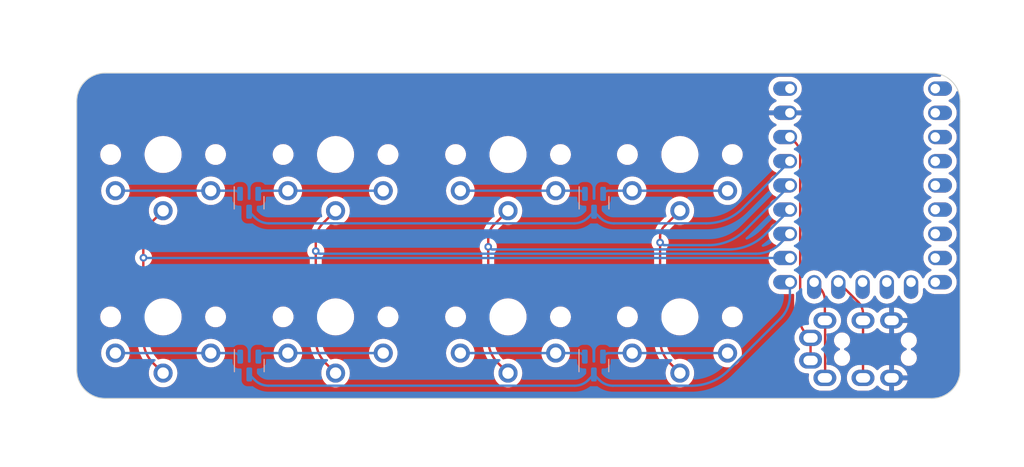
<source format=kicad_pcb>
(kicad_pcb (version 20221018) (generator pcbnew)
  (layers (0 "F.Cu" signal) (31 "B.Cu" signal) (34 "B.Paste" user) (35 "F.Paste" user) (36 "B.SilkS" user "B.Silkscreen") (37 "F.SilkS" user "F.Silkscreen") (38 "B.Mask" user) (39 "F.Mask" user) (44 "Edge.Cuts" user))
  (net 0 "")
  (net 1 "Net-(D1-A-Pad1)")
  (net 2 "Net-(D1-A-Pad2)")
  (net 3 "r1")
  (net 4 "Net-(D2-A-Pad2)")
  (net 5 "Net-(D3-A-Pad1)")
  (net 6 "Net-(D3-A-Pad2)")
  (net 7 "r2")
  (net 8 "Net-(D4-A-Pad2)")
  (net 9 "c1")
  (net 10 "c2")
  (net 11 "c3")
  (net 12 "c4")
  (net 25 "Net-(U1-13)")
  (net 26 "Net-(U1-12)")
  (net 27 "+3V3")
  (net 28 "GND")
  (net 30 "Net-(D2-A-Pad1)")
  (net 31 "Net-(D4-A-Pad1)")
  (footprint "PCM_marbastlib-xp-choc:SW_choc_Reversible_1u" (layer "F.Cu") (at 37.490394 36.532388)
    (fp_text reference "SW1" hide)
    (fp_text value "SW_Push" hide)
    (pad "" np_thru_hole circle (at -5.5 0 180) (size 1.7 1.7) (drill 1.7) (layers "*.Cu" "*.Mask"))
    (pad "" np_thru_hole circle (at 0 0 180) (size 3.4 3.4) (drill 3.4) (layers "*.Cu" "*.Mask"))
    (pad "" np_thru_hole circle (at 5.5 0 180) (size 1.7 1.7) (drill 1.7) (layers "*.Cu" "*.Mask"))
    (pad "1" thru_hole circle (at -5 3.8 180) (size 2 2) (drill 1.2) (layers "*.Cu" "*.Mask") (net 1 "Net-(D1-A-Pad1)"))
    (pad "1" thru_hole circle (at 5 3.8) (size 2 2) (drill 1.2) (layers "*.Cu" "*.Mask") (net 1 "Net-(D1-A-Pad1)"))
    (pad "2" thru_hole circle (at 0 5.9 180) (size 2 2) (drill 1.2) (layers "*.Cu" "*.Mask") (net 9 "c1"))
  )
  (footprint "PCM_marbastlib-xp-choc:SW_choc_Reversible_1u" (layer "F.Cu") (at 91.675 53.575)
    (fp_text reference "SW8" hide)
    (fp_text value "SW_Push" hide)
    (pad "" np_thru_hole circle (at -5.5 0 180) (size 1.7 1.7) (drill 1.7) (layers "*.Cu" "*.Mask"))
    (pad "" np_thru_hole circle (at 0 0 180) (size 3.4 3.4) (drill 3.4) (layers "*.Cu" "*.Mask"))
    (pad "" np_thru_hole circle (at 5.5 0 180) (size 1.7 1.7) (drill 1.7) (layers "*.Cu" "*.Mask"))
    (pad "1" thru_hole circle (at -5 3.8 180) (size 2 2) (drill 1.2) (layers "*.Cu" "*.Mask") (net 8 "Net-(D4-A-Pad2)"))
    (pad "1" thru_hole circle (at 5 3.8) (size 2 2) (drill 1.2) (layers "*.Cu" "*.Mask") (net 8 "Net-(D4-A-Pad2)"))
    (pad "2" thru_hole circle (at 0 5.9 180) (size 2 2) (drill 1.2) (layers "*.Cu" "*.Mask") (net 12 "c4"))
  )
  (footprint "PCM_marbastlib-xp-choc:SW_choc_Reversible_1u" (layer "F.Cu") (at 91.675 36.532388)
    (fp_text reference "SW4" hide)
    (fp_text value "SW_Push" hide)
    (pad "" np_thru_hole circle (at -5.5 0 180) (size 1.7 1.7) (drill 1.7) (layers "*.Cu" "*.Mask"))
    (pad "" np_thru_hole circle (at 0 0 180) (size 3.4 3.4) (drill 3.4) (layers "*.Cu" "*.Mask"))
    (pad "" np_thru_hole circle (at 5.5 0 180) (size 1.7 1.7) (drill 1.7) (layers "*.Cu" "*.Mask"))
    (pad "1" thru_hole circle (at -5 3.8 180) (size 2 2) (drill 1.2) (layers "*.Cu" "*.Mask") (net 4 "Net-(D2-A-Pad2)"))
    (pad "1" thru_hole circle (at 5 3.8) (size 2 2) (drill 1.2) (layers "*.Cu" "*.Mask") (net 4 "Net-(D2-A-Pad2)"))
    (pad "2" thru_hole circle (at 0 5.9 180) (size 2 2) (drill 1.2) (layers "*.Cu" "*.Mask") (net 12 "c4"))
  )
  (footprint "PCM_marbastlib-xp-choc:SW_choc_Reversible_1u" (layer "F.Cu") (at 73.655598 53.575)
    (fp_text reference "SW7" hide)
    (fp_text value "SW_Push" hide)
    (pad "" np_thru_hole circle (at -5.5 0 180) (size 1.7 1.7) (drill 1.7) (layers "*.Cu" "*.Mask"))
    (pad "" np_thru_hole circle (at 0 0 180) (size 3.4 3.4) (drill 3.4) (layers "*.Cu" "*.Mask"))
    (pad "" np_thru_hole circle (at 5.5 0 180) (size 1.7 1.7) (drill 1.7) (layers "*.Cu" "*.Mask"))
    (pad "1" thru_hole circle (at -5 3.8 180) (size 2 2) (drill 1.2) (layers "*.Cu" "*.Mask") (net 31 "Net-(D4-A-Pad1)"))
    (pad "1" thru_hole circle (at 5 3.8) (size 2 2) (drill 1.2) (layers "*.Cu" "*.Mask") (net 31 "Net-(D4-A-Pad1)"))
    (pad "2" thru_hole circle (at 0 5.9 180) (size 2 2) (drill 1.2) (layers "*.Cu" "*.Mask") (net 11 "c3"))
  )
  (footprint "PCM_marbastlib-xp-choc:SW_choc_Reversible_1u" (layer "F.Cu") (at 55.572996 36.532388)
    (fp_text reference "SW2" hide)
    (fp_text value "SW_Push" hide)
    (pad "" np_thru_hole circle (at -5.5 0 180) (size 1.7 1.7) (drill 1.7) (layers "*.Cu" "*.Mask"))
    (pad "" np_thru_hole circle (at 0 0 180) (size 3.4 3.4) (drill 3.4) (layers "*.Cu" "*.Mask"))
    (pad "" np_thru_hole circle (at 5.5 0 180) (size 1.7 1.7) (drill 1.7) (layers "*.Cu" "*.Mask"))
    (pad "1" thru_hole circle (at -5 3.8 180) (size 2 2) (drill 1.2) (layers "*.Cu" "*.Mask") (net 2 "Net-(D1-A-Pad2)"))
    (pad "1" thru_hole circle (at 5 3.8) (size 2 2) (drill 1.2) (layers "*.Cu" "*.Mask") (net 2 "Net-(D1-A-Pad2)"))
    (pad "2" thru_hole circle (at 0 5.9 180) (size 2 2) (drill 1.2) (layers "*.Cu" "*.Mask") (net 10 "c2"))
  )
  (footprint "PCM_marbastlib-xp-choc:SW_choc_Reversible_1u" (layer "F.Cu") (at 73.655598 36.532388)
    (fp_text reference "SW3" hide)
    (fp_text value "SW_Push" hide)
    (pad "" np_thru_hole circle (at -5.5 0 180) (size 1.7 1.7) (drill 1.7) (layers "*.Cu" "*.Mask"))
    (pad "" np_thru_hole circle (at 0 0 180) (size 3.4 3.4) (drill 3.4) (layers "*.Cu" "*.Mask"))
    (pad "" np_thru_hole circle (at 5.5 0 180) (size 1.7 1.7) (drill 1.7) (layers "*.Cu" "*.Mask"))
    (pad "1" thru_hole circle (at -5 3.8 180) (size 2 2) (drill 1.2) (layers "*.Cu" "*.Mask") (net 30 "Net-(D2-A-Pad1)"))
    (pad "1" thru_hole circle (at 5 3.8) (size 2 2) (drill 1.2) (layers "*.Cu" "*.Mask") (net 30 "Net-(D2-A-Pad1)"))
    (pad "2" thru_hole circle (at 0 5.9 180) (size 2 2) (drill 1.2) (layers "*.Cu" "*.Mask") (net 11 "c3"))
  )
  (footprint "custom:rp2040-zero-tht" (layer "F.Cu") (at 110.832218 39.776772)
    (fp_text reference "U1" hide)
    (fp_text value "rp2040-zero" hide)
    (pad "1" thru_hole oval (at 7.62 -10.16 180) (size 2.5 1.5) (drill 1 (offset -0.5 0)) (layers "*.Cu" "*.Mask"))
    (pad "2" thru_hole oval (at 7.62 -7.62 180) (size 2.5 1.5) (drill 1 (offset -0.5 0)) (layers "*.Cu" "*.Mask"))
    (pad "3" thru_hole oval (at 7.62 -5.08 180) (size 2.5 1.5) (drill 1 (offset -0.5 0)) (layers "*.Cu" "*.Mask"))
    (pad "4" thru_hole oval (at 7.62 -2.54 180) (size 2.5 1.5) (drill 1 (offset -0.5 0)) (layers "*.Cu" "*.Mask"))
    (pad "5" thru_hole oval (at 7.62 0 180) (size 2.5 1.5) (drill 1 (offset -0.5 0)) (layers "*.Cu" "*.Mask"))
    (pad "6" thru_hole oval (at 7.62 2.54 180) (size 2.5 1.5) (drill 1 (offset -0.5 0)) (layers "*.Cu" "*.Mask"))
    (pad "7" thru_hole oval (at 7.62 5.08 180) (size 2.5 1.5) (drill 1 (offset -0.5 0)) (layers "*.Cu" "*.Mask"))
    (pad "8" thru_hole oval (at 7.62 7.62 180) (size 2.5 1.5) (drill 1 (offset -0.5 0)) (layers "*.Cu" "*.Mask"))
    (pad "9" thru_hole oval (at 7.62 10.16 180) (size 2.5 1.5) (drill 1 (offset -0.5 0)) (layers "*.Cu" "*.Mask"))
    (pad "10" thru_hole oval (at 5.08 10.16 90) (size 2.5 1.5) (drill 1 (offset -0.5 0)) (layers "*.Cu" "*.Mask"))
    (pad "11" thru_hole oval (at 2.54 10.16 90) (size 2.5 1.5) (drill 1 (offset -0.5 0)) (layers "*.Cu" "*.Mask"))
    (pad "12" thru_hole oval (at 0 10.16 90) (size 2.5 1.5) (drill 1 (offset -0.5 0)) (layers "*.Cu" "*.Mask"))
    (pad "13" thru_hole oval (at -2.54 10.16 90) (size 2.5 1.5) (drill 1 (offset -0.5 0)) (layers "*.Cu" "*.Mask") (net 26 "Net-(U1-12)"))
    (pad "14" thru_hole oval (at -5.08 10.16 90) (size 2.5 1.5) (drill 1 (offset -0.5 0)) (layers "*.Cu" "*.Mask") (net 25 "Net-(U1-13)"))
    (pad "15" thru_hole oval (at -7.62 10.16) (size 2.5 1.5) (drill 1 (offset -0.5 0)) (layers "*.Cu" "*.Mask") (net 7 "r2"))
    (pad "16" thru_hole oval (at -7.62 7.62) (size 2.5 1.5) (drill 1 (offset -0.5 0)) (layers "*.Cu" "*.Mask") (net 9 "c1"))
    (pad "17" thru_hole oval (at -7.62 5.08) (size 2.5 1.5) (drill 1 (offset -0.5 0)) (layers "*.Cu" "*.Mask") (net 10 "c2"))
    (pad "18" thru_hole oval (at -7.62 2.54) (size 2.5 1.5) (drill 1 (offset -0.5 0)) (layers "*.Cu" "*.Mask") (net 11 "c3"))
    (pad "19" thru_hole oval (at -7.62 0) (size 2.5 1.5) (drill 1 (offset -0.5 0)) (layers "*.Cu" "*.Mask") (net 12 "c4"))
    (pad "20" thru_hole oval (at -7.62 -2.54) (size 2.5 1.5) (drill 1 (offset -0.5 0)) (layers "*.Cu" "*.Mask") (net 3 "r1"))
    (pad "21" thru_hole oval (at -7.62 -5.08) (size 2.5 1.5) (drill 1 (offset -0.5 0)) (layers "*.Cu" "*.Mask") (net 27 "+3V3"))
    (pad "22" thru_hole oval (at -7.62 -7.62) (size 2.5 1.5) (drill 1 (offset -0.5 0)) (layers "*.Cu" "*.Mask") (net 28 "GND"))
    (pad "23" thru_hole oval (at -7.62 -10.16) (size 2.5 1.5) (drill 1 (offset -0.5 0)) (layers "*.Cu" "*.Mask"))
  )
  (footprint "PCM_marbastlib-xp-various:CON_MJ-4PP-9_Reversible" (layer "F.Cu") (at 111.12686 56.964884 180)
    (fp_text reference "J1" hide)
    (fp_text value "AudioJack4")
    (pad "" np_thru_hole circle (at -4.55 -0.9128 270) (size 1.2 1.2) (drill 1.2) (layers "F&B.Cu" "*.Mask"))
    (pad "" np_thru_hole circle (at -4.55 0.9128 270) (size 1.2 1.2) (drill 1.2) (layers "F&B.Cu" "*.Mask"))
    (pad "" np_thru_hole circle (at 2.45 -0.9128 270) (size 1.2 1.2) (drill 1.2) (layers "F&B.Cu" "*.Mask"))
    (pad "" np_thru_hole circle (at 2.45 0.9128 270) (size 1.2 1.2) (drill 1.2) (layers "F&B.Cu" "*.Mask"))
    (pad "R1" thru_hole oval (at 4.25 -3.0128 270) (size 1.7 2.4) (drill oval 1 1.5) (layers "*.Cu" "*.Mask") (net 25 "Net-(U1-13)"))
    (pad "R1" thru_hole oval (at 4.25 3.0128 270) (size 1.7 2.4) (drill oval 1 1.5) (layers "*.Cu" "*.Mask") (net 25 "Net-(U1-13)"))
    (pad "R2" thru_hole oval (at 0.25 -3.0128 270) (size 1.7 2.4) (drill oval 1 1.5) (layers "*.Cu" "*.Mask") (net 26 "Net-(U1-12)"))
    (pad "R2" thru_hole oval (at 0.25 3.0128 270) (size 1.7 2.4) (drill oval 1 1.5) (layers "*.Cu" "*.Mask") (net 26 "Net-(U1-12)"))
    (pad "S" thru_hole oval (at -2.75 -3.0128 270) (size 1.7 2.4) (drill oval 1 1.5) (layers "*.Cu" "*.Mask") (net 28 "GND"))
    (pad "S" thru_hole oval (at -2.75 3.0128 270) (size 1.7 2.4) (drill oval 1 1.5) (layers "*.Cu" "*.Mask") (net 28 "GND"))
    (pad "T" thru_hole oval (at 5.75 -1.1872 270) (size 1.7 2.4) (drill oval 1 1.5) (layers "*.Cu" "*.Mask") (net 27 "+3V3"))
    (pad "T" thru_hole oval (at 5.75 1.1872 270) (size 1.7 2.4) (drill oval 1 1.5) (layers "*.Cu" "*.Mask") (net 27 "+3V3"))
  )
  (footprint "PCM_marbastlib-xp-choc:SW_choc_Reversible_1u" (layer "F.Cu") (at 55.572996 53.575)
    (fp_text reference "SW6" hide)
    (fp_text value "SW_Push" hide)
    (pad "" np_thru_hole circle (at -5.5 0 180) (size 1.7 1.7) (drill 1.7) (layers "*.Cu" "*.Mask"))
    (pad "" np_thru_hole circle (at 0 0 180) (size 3.4 3.4) (drill 3.4) (layers "*.Cu" "*.Mask"))
    (pad "" np_thru_hole circle (at 5.5 0 180) (size 1.7 1.7) (drill 1.7) (layers "*.Cu" "*.Mask"))
    (pad "1" thru_hole circle (at -5 3.8 180) (size 2 2) (drill 1.2) (layers "*.Cu" "*.Mask") (net 6 "Net-(D3-A-Pad2)"))
    (pad "1" thru_hole circle (at 5 3.8) (size 2 2) (drill 1.2) (layers "*.Cu" "*.Mask") (net 6 "Net-(D3-A-Pad2)"))
    (pad "2" thru_hole circle (at 0 5.9 180) (size 2 2) (drill 1.2) (layers "*.Cu" "*.Mask") (net 10 "c2"))
  )
  (footprint "PCM_marbastlib-xp-choc:SW_choc_Reversible_1u" (layer "F.Cu") (at 37.490394 53.575)
    (fp_text reference "SW5" hide)
    (fp_text value "SW_Push" hide)
    (pad "" np_thru_hole circle (at -5.5 0 180) (size 1.7 1.7) (drill 1.7) (layers "*.Cu" "*.Mask"))
    (pad "" np_thru_hole circle (at 0 0 180) (size 3.4 3.4) (drill 3.4) (layers "*.Cu" "*.Mask"))
    (pad "" np_thru_hole circle (at 5.5 0 180) (size 1.7 1.7) (drill 1.7) (layers "*.Cu" "*.Mask"))
    (pad "1" thru_hole circle (at -5 3.8 180) (size 2 2) (drill 1.2) (layers "*.Cu" "*.Mask") (net 5 "Net-(D3-A-Pad1)"))
    (pad "1" thru_hole circle (at 5 3.8) (size 2 2) (drill 1.2) (layers "*.Cu" "*.Mask") (net 5 "Net-(D3-A-Pad1)"))
    (pad "2" thru_hole circle (at 0 5.9 180) (size 2 2) (drill 1.2) (layers "*.Cu" "*.Mask") (net 9 "c1"))
  )
  (footprint "Package_TO_SOT_SMD:SOT-23" (layer "B.Cu") (at 46.526132 58.682764 -90)
    (fp_text reference "D3" hide)
    (fp_text value "BAV70")
    (fp_line (start 0 -1.56) (end -0.65 -1.56) (stroke (width 0.12)) (layer "B.SilkS"))
    (fp_line (start 0 -1.56) (end 0.65 -1.56) (stroke (width 0.12)) (layer "B.SilkS"))
    (fp_line (start 0 1.56) (end -1.675 1.56) (stroke (width 0.12)) (layer "B.SilkS"))
    (fp_line (start 0 1.56) (end 0.65 1.56) (stroke (width 0.12)) (layer "B.SilkS"))
    (pad "1" smd roundrect (at -0.9375 0.95 270) (size 1.475 0.6) (layers "B.Cu" "B.Paste" "B.Mask") (net 5 "Net-(D3-A-Pad1)"))
    (pad "2" smd roundrect (at -0.9375 -0.95 270) (size 1.475 0.6) (layers "B.Cu" "B.Paste" "B.Mask") (net 6 "Net-(D3-A-Pad2)"))
    (pad "3" smd roundrect (at 0.9375 0 270) (size 1.475 0.6) (layers "B.Cu" "B.Paste" "B.Mask") (net 7 "r2"))
  )
  (footprint "Package_TO_SOT_SMD:SOT-23" (layer "B.Cu") (at 82.656572 58.682764 -90)
    (fp_text reference "D4" hide)
    (fp_text value "BAV70")
    (fp_line (start 0 -1.56) (end -0.65 -1.56) (stroke (width 0.12)) (layer "B.SilkS"))
    (fp_line (start 0 -1.56) (end 0.65 -1.56) (stroke (width 0.12)) (layer "B.SilkS"))
    (fp_line (start 0 1.56) (end -1.675 1.56) (stroke (width 0.12)) (layer "B.SilkS"))
    (fp_line (start 0 1.56) (end 0.65 1.56) (stroke (width 0.12)) (layer "B.SilkS"))
    (pad "1" smd roundrect (at -0.9375 0.95 270) (size 1.475 0.6) (layers "B.Cu" "B.Paste" "B.Mask") (net 31 "Net-(D4-A-Pad1)"))
    (pad "2" smd roundrect (at -0.9375 -0.95 270) (size 1.475 0.6) (layers "B.Cu" "B.Paste" "B.Mask") (net 8 "Net-(D4-A-Pad2)"))
    (pad "3" smd roundrect (at 0.9375 0 270) (size 1.475 0.6) (layers "B.Cu" "B.Paste" "B.Mask") (net 7 "r2"))
  )
  (footprint "Package_TO_SOT_SMD:SOT-23" (layer "B.Cu") (at 82.673954 41.597426 -90)
    (fp_text reference "D2" hide)
    (fp_text value "BAV70")
    (fp_line (start 0 -1.56) (end -0.65 -1.56) (stroke (width 0.12)) (layer "B.SilkS"))
    (fp_line (start 0 -1.56) (end 0.65 -1.56) (stroke (width 0.12)) (layer "B.SilkS"))
    (fp_line (start 0 1.56) (end -1.675 1.56) (stroke (width 0.12)) (layer "B.SilkS"))
    (fp_line (start 0 1.56) (end 0.65 1.56) (stroke (width 0.12)) (layer "B.SilkS"))
    (pad "1" smd roundrect (at -0.9375 0.95 270) (size 1.475 0.6) (layers "B.Cu" "B.Paste" "B.Mask") (net 30 "Net-(D2-A-Pad1)"))
    (pad "2" smd roundrect (at -0.9375 -0.95 270) (size 1.475 0.6) (layers "B.Cu" "B.Paste" "B.Mask") (net 4 "Net-(D2-A-Pad2)"))
    (pad "3" smd roundrect (at 0.9375 0 270) (size 1.475 0.6) (layers "B.Cu" "B.Paste" "B.Mask") (net 3 "r1"))
  )
  (footprint "Package_TO_SOT_SMD:SOT-23" (layer "B.Cu") (at 46.50875 41.597426 -90)
    (fp_text reference "D1" hide)
    (fp_text value "BAV70")
    (fp_line (start 0 -1.56) (end -0.65 -1.56) (stroke (width 0.12)) (layer "B.SilkS"))
    (fp_line (start 0 -1.56) (end 0.65 -1.56) (stroke (width 0.12)) (layer "B.SilkS"))
    (fp_line (start 0 1.56) (end -1.675 1.56) (stroke (width 0.12)) (layer "B.SilkS"))
    (fp_line (start 0 1.56) (end 0.65 1.56) (stroke (width 0.12)) (layer "B.SilkS"))
    (pad "1" smd roundrect (at -0.9375 0.95 270) (size 1.475 0.6) (layers "B.Cu" "B.Paste" "B.Mask") (net 1 "Net-(D1-A-Pad1)"))
    (pad "2" smd roundrect (at -0.9375 -0.95 270) (size 1.475 0.6) (layers "B.Cu" "B.Paste" "B.Mask") (net 2 "Net-(D1-A-Pad2)"))
    (pad "3" smd roundrect (at 0.9375 0 270) (size 1.475 0.6) (layers "B.Cu" "B.Paste" "B.Mask") (net 3 "r1"))
  )
  (gr_arc (start 31.426148 62.13569) (mid 29.304828 61.25701) (end 28.426148 59.13569) (stroke (width 0.1)) (layer "Edge.Cuts"))
  (gr_arc (start 121.071578 59.13569) (mid 120.192898 61.25701) (end 118.071578 62.13569) (stroke (width 0.1)) (layer "Edge.Cuts"))
  (gr_line (start 118.071578 62.13569) (end 31.426148 62.13569) (stroke (width 0.1)) (layer "Edge.Cuts"))
  (gr_line (start 31.426148 27.979664) (end 118.071578 27.979664) (stroke (width 0.1)) (layer "Edge.Cuts"))
  (gr_arc (start 118.071578 27.979664) (mid 120.192925 28.858334) (end 121.071578 30.979664) (stroke (width 0.1)) (layer "Edge.Cuts"))
  (gr_line (start 28.426148 59.13569) (end 28.426148 30.979664) (stroke (width 0.1)) (layer "Edge.Cuts"))
  (gr_line (start 121.071578 30.979664) (end 121.071578 59.13569) (stroke (width 0.1)) (layer "Edge.Cuts"))
  (gr_arc (start 28.426148 30.979664) (mid 29.30483 28.858347) (end 31.426148 27.979664) (stroke (width 0.1)) (layer "Edge.Cuts"))
  (segment (start 44.999607 40.332388) (end 42.490394 40.332388) (width 0.25) (layer "B.Cu") (net 1))
  (segment (start 45.394981 40.496157) (end 45.55875 40.659926) (width 0.25) (layer "B.Cu") (net 1))
  (segment (start 42.490394 40.332388) (end 32.490394 40.332388) (width 0.25) (layer "B.Cu") (net 1))
  (arc (start 45.394981 40.496157) (mid 45.213581 40.37495) (end 44.999607 40.332388) (width 0.25) (layer "B.Cu") (net 1))
  (segment (start 50.572996 40.332388) (end 48.017892 40.332388) (width 0.25) (layer "B.Cu") (net 2))
  (segment (start 50.572996 40.332388) (end 60.572996 40.332388) (width 0.25) (layer "B.Cu") (net 2))
  (segment (start 47.622519 40.496157) (end 47.45875 40.659926) (width 0.25) (layer "B.Cu") (net 2))
  (arc (start 48.017892 40.332388) (mid 47.803917 40.37495) (end 47.622519 40.496157) (width 0.25) (layer "B.Cu") (net 2))
  (segment (start 48.595623 43.757388) (end 80.58708 43.757388) (width 0.25) (layer "B.Cu") (net 3))
  (segment (start 84.760827 43.757388) (end 94.437638 43.757388) (width 0.25) (layer "B.Cu") (net 3))
  (segment (start 47.119981 43.146157) (end 46.50875 42.534926) (width 0.25) (layer "B.Cu") (net 3))
  (segment (start 98.285394 42.163595) (end 103.212218 37.236772) (width 0.25) (layer "B.Cu") (net 3))
  (segment (start 82.673954 42.534926) (end 83.285185 43.146157) (width 0.25) (layer "B.Cu") (net 3))
  (segment (start 82.673954 42.534926) (end 82.062723 43.146157) (width 0.25) (layer "B.Cu") (net 3))
  (arc (start 47.119981 43.146157) (mid 47.797011 43.598534) (end 48.595623 43.757388) (width 0.25) (layer "B.Cu") (net 3))
  (arc (start 83.285185 43.146157) (mid 83.962215 43.598534) (end 84.760827 43.757388) (width 0.25) (layer "B.Cu") (net 3))
  (arc (start 98.285394 42.163595) (mid 96.520028 43.343174) (end 94.437638 43.757388) (width 0.25) (layer "B.Cu") (net 3))
  (arc (start 82.062723 43.146157) (mid 81.385692 43.598534) (end 80.58708 43.757388) (width 0.25) (layer "B.Cu") (net 3))
  (segment (start 84.183096 40.332388) (end 86.675 40.332388) (width 0.25) (layer "B.Cu") (net 4))
  (segment (start 83.787723 40.496157) (end 83.623954 40.659926) (width 0.25) (layer "B.Cu") (net 4))
  (segment (start 86.675 40.332388) (end 96.675 40.332388) (width 0.25) (layer "B.Cu") (net 4))
  (arc (start 84.183096 40.332388) (mid 83.969121 40.37495) (end 83.787723 40.496157) (width 0.25) (layer "B.Cu") (net 4))
  (segment (start 42.490394 57.375) (end 32.490394 57.375) (width 0.25) (layer "B.Cu") (net 5))
  (segment (start 45.391 57.560132) (end 45.576132 57.745264) (width 0.25) (layer "B.Cu") (net 5))
  (segment (start 44.944051 57.375) (end 42.490394 57.375) (width 0.25) (layer "B.Cu") (net 5))
  (arc (start 45.391 57.560132) (mid 45.185938 57.423114) (end 44.944051 57.375) (width 0.25) (layer "B.Cu") (net 5))
  (segment (start 47.661264 57.560132) (end 47.476132 57.745264) (width 0.25) (layer "B.Cu") (net 6))
  (segment (start 48.108212 57.375) (end 50.572996 57.375) (width 0.25) (layer "B.Cu") (net 6))
  (segment (start 50.572996 57.375) (end 60.572996 57.375) (width 0.25) (layer "B.Cu") (net 6))
  (arc (start 48.108212 57.375) (mid 47.866325 57.423114) (end 47.661264 57.560132) (width 0.25) (layer "B.Cu") (net 6))
  (segment (start 82.066704 60.210132) (end 82.656572 59.620264) (width 0.25) (layer "B.Cu") (net 7))
  (segment (start 102.21979 53.736209) (end 96.749792 59.206207) (width 0.25) (layer "B.Cu") (net 7))
  (segment (start 80.642636 60.8) (end 48.540067 60.8) (width 0.25) (layer "B.Cu") (net 7))
  (segment (start 47.116 60.210132) (end 46.526132 59.620264) (width 0.25) (layer "B.Cu") (net 7))
  (segment (start 103.212218 51.340277) (end 103.212218 49.936772) (width 0.25) (layer "B.Cu") (net 7))
  (segment (start 83.24644 60.210132) (end 82.656572 59.620264) (width 0.25) (layer "B.Cu") (net 7))
  (segment (start 84.670507 60.8) (end 92.902036 60.8) (width 0.25) (layer "B.Cu") (net 7))
  (arc (start 103.212218 51.340277) (mid 102.954294 52.636946) (end 102.21979 53.736209) (width 0.25) (layer "B.Cu") (net 7))
  (arc (start 47.116 60.210132) (mid 47.769367 60.646698) (end 48.540067 60.8) (width 0.25) (layer "B.Cu") (net 7))
  (arc (start 82.066704 60.210132) (mid 81.413336 60.646698) (end 80.642636 60.8) (width 0.25) (layer "B.Cu") (net 7))
  (arc (start 96.749792 59.206207) (mid 94.984426 60.385786) (end 92.902036 60.8) (width 0.25) (layer "B.Cu") (net 7))
  (arc (start 83.24644 60.210132) (mid 83.899807 60.646698) (end 84.670507 60.8) (width 0.25) (layer "B.Cu") (net 7))
  (segment (start 83.791704 57.560132) (end 83.606572 57.745264) (width 0.25) (layer "B.Cu") (net 8))
  (segment (start 86.675 57.375) (end 84.238652 57.375) (width 0.25) (layer "B.Cu") (net 8))
  (segment (start 86.675 57.375) (end 96.675 57.375) (width 0.25) (layer "B.Cu") (net 8))
  (arc (start 84.238652 57.375) (mid 83.996765 57.423114) (end 83.791704 57.560132) (width 0.25) (layer "B.Cu") (net 8))
  (segment (start 35.433 47.371) (end 35.424197 47.379803) (width 0.25) (layer "F.Cu") (net 9))
  (segment (start 35.415394 47.401055) (end 35.415394 55.932753) (width 0.25) (layer "F.Cu") (net 9))
  (segment (start 36.452894 58.4375) (end 37.490394 59.475) (width 0.25) (layer "F.Cu") (net 9))
  (segment (start 35.415394 47.340944) (end 35.415394 45.930391) (width 0.25) (layer "F.Cu") (net 9))
  (segment (start 35.424197 47.362197) (end 35.433 47.371) (width 0.25) (layer "F.Cu") (net 9))
  (segment (start 36.421609 43.501172) (end 37.490394 42.432388) (width 0.25) (layer "F.Cu") (net 9))
  (via (at 35.433 47.371) (size 0.8) (drill 0.4) (layers "F.Cu" "B.Cu") (net 9))
  (arc (start 35.415394 55.932753) (mid 35.685031 57.288312) (end 36.452894 58.4375) (width 0.25) (layer "F.Cu") (net 9))
  (arc (start 36.421609 43.501172) (mid 35.6769 44.615707) (end 35.415394 45.930391) (width 0.25) (layer "F.Cu") (net 9))
  (arc (start 35.415394 47.340944) (mid 35.417681 47.352446) (end 35.424197 47.362197) (width 0.25) (layer "F.Cu") (net 9))
  (arc (start 35.424197 47.379803) (mid 35.417681 47.389553) (end 35.415394 47.401055) (width 0.25) (layer "F.Cu") (net 9))
  (segment (start 103.212218 47.396772) (end 35.407228 47.396772) (width 0.25) (layer "B.Cu") (net 9))
  (segment (start 53.497996 45.58983) (end 53.497996 46.672272) (width 0.25) (layer "F.Cu") (net 10))
  (segment (start 53.497996 55.932753) (end 53.497996 46.672272) (width 0.25) (layer "F.Cu") (net 10))
  (segment (start 54.535496 58.4375) (end 55.572996 59.475) (width 0.25) (layer "F.Cu") (net 10))
  (segment (start 54.263398 43.741985) (end 55.572996 42.432388) (width 0.25) (layer "F.Cu") (net 10))
  (via (at 53.497996 46.672272) (size 0.8) (drill 0.4) (layers "F.Cu" "B.Cu") (net 10))
  (arc (start 54.263398 43.741985) (mid 53.696917 44.589783) (end 53.497996 45.58983) (width 0.25) (layer "F.Cu") (net 10))
  (arc (start 53.497996 55.932753) (mid 53.767633 57.288312) (end 54.535496 58.4375) (width 0.25) (layer "F.Cu") (net 10))
  (segment (start 53.497996 46.672272) (end 53.635246 46.809522) (width 0.25) (layer "B.Cu") (net 10))
  (segment (start 99.644364 46.946772) (end 53.966596 46.946772) (width 0.25) (layer "B.Cu") (net 10))
  (segment (start 102.167218 45.901772) (end 103.212218 44.856772) (width 0.25) (layer "B.Cu") (net 10))
  (arc (start 102.167218 45.901772) (mid 101.009722 46.675185) (end 99.644364 46.946772) (width 0.25) (layer "B.Cu") (net 10))
  (arc (start 53.635246 46.809522) (mid 53.78727 46.911101) (end 53.966596 46.946772) (width 0.25) (layer "B.Cu") (net 10))
  (segment (start 71.580598 45.36483) (end 71.580598 46.222272) (width 0.25) (layer "F.Cu") (net 11))
  (segment (start 72.618098 58.4375) (end 73.655598 59.475) (width 0.25) (layer "F.Cu") (net 11))
  (segment (start 72.186901 43.901084) (end 73.655598 42.432388) (width 0.25) (layer "F.Cu") (net 11))
  (segment (start 71.580598 55.932753) (end 71.580598 46.222272) (width 0.25) (layer "F.Cu") (net 11))
  (via (at 71.580598 46.222272) (size 0.8) (drill 0.4) (layers "F.Cu" "B.Cu") (net 11))
  (arc (start 71.580598 55.932753) (mid 71.850235 57.288312) (end 72.618098 58.4375) (width 0.25) (layer "F.Cu") (net 11))
  (arc (start 72.186901 43.901084) (mid 71.738171 44.572656) (end 71.580598 45.36483) (width 0.25) (layer "F.Cu") (net 11))
  (segment (start 100.62601 44.902979) (end 103.212218 42.316772) (width 0.25) (layer "B.Cu") (net 11))
  (segment (start 71.580598 46.222272) (end 71.717848 46.359522) (width 0.25) (layer "B.Cu") (net 11))
  (segment (start 96.778254 46.496772) (end 72.049198 46.496772) (width 0.25) (layer "B.Cu") (net 11))
  (arc (start 100.62601 44.902979) (mid 98.860644 46.082558) (end 96.778254 46.496772) (width 0.25) (layer "B.Cu") (net 11))
  (arc (start 71.717848 46.359522) (mid 71.869872 46.461101) (end 72.049198 46.496772) (width 0.25) (layer "B.Cu") (net 11))
  (segment (start 90.047204 44.060183) (end 91.675 42.432388) (width 0.25) (layer "F.Cu") (net 12))
  (segment (start 89.6 45.772272) (end 89.6 55.932753) (width 0.25) (layer "F.Cu") (net 12))
  (segment (start 89.6 45.772272) (end 89.6 45.13983) (width 0.25) (layer "F.Cu") (net 12))
  (segment (start 90.6375 58.4375) (end 91.675 59.475) (width 0.25) (layer "F.Cu") (net 12))
  (via (at 89.6 45.772272) (size 0.8) (drill 0.4) (layers "F.Cu" "B.Cu") (net 12))
  (arc (start 89.6 55.932753) (mid 89.869637 57.288312) (end 90.6375 58.4375) (width 0.25) (layer "F.Cu") (net 12))
  (arc (start 90.047204 44.060183) (mid 89.716224 44.555529) (end 89.6 45.13983) (width 0.25) (layer "F.Cu") (net 12))
  (segment (start 98.53601 44.452979) (end 103.212218 39.776772) (width 0.25) (layer "B.Cu") (net 12))
  (segment (start 94.688254 46.046772) (end 90.0686 46.046772) (width 0.25) (layer "B.Cu") (net 12))
  (segment (start 89.73725 45.909522) (end 89.6 45.772272) (width 0.25) (layer "B.Cu") (net 12))
  (arc (start 98.53601 44.452979) (mid 96.770644 45.632558) (end 94.688254 46.046772) (width 0.25) (layer "B.Cu") (net 12))
  (arc (start 89.73725 45.909522) (mid 89.889274 46.011101) (end 90.0686 46.046772) (width 0.25) (layer "B.Cu") (net 12))
  (segment (start 106.90186 53.994761) (end 106.90186 59.935006) (width 0.25) (layer "F.Cu") (net 25))
  (segment (start 106.87686 51.856655) (end 106.87686 53.934406) (width 0.25) (layer "F.Cu") (net 25))
  (segment (start 106.314539 50.499093) (end 105.752218 49.936772) (width 0.25) (layer "F.Cu") (net 25))
  (segment (start 106.88936 59.965184) (end 106.87686 59.977684) (width 0.25) (layer "F.Cu") (net 25))
  (arc (start 106.90186 59.935006) (mid 106.898611 59.951338) (end 106.88936 59.965184) (width 0.25) (layer "F.Cu") (net 25))
  (arc (start 106.87686 53.934406) (mid 106.880108 53.950738) (end 106.88936 53.964584) (width 0.25) (layer "F.Cu") (net 25))
  (arc (start 106.314539 50.499093) (mid 106.730717 51.121947) (end 106.87686 51.856655) (width 0.25) (layer "F.Cu") (net 25))
  (arc (start 106.88936 53.964584) (mid 106.898611 53.978429) (end 106.90186 53.994761) (width 0.25) (layer "F.Cu") (net 25))
  (segment (start 110.87686 53.236749) (end 110.87686 53.952084) (width 0.25) (layer "F.Cu") (net 26))
  (segment (start 110.87686 53.952084) (end 110.87686 59.977684) (width 0.25) (layer "F.Cu") (net 26))
  (segment (start 110.371041 52.015595) (end 108.292218 49.936772) (width 0.25) (layer "F.Cu") (net 26))
  (arc (start 110.371041 52.015595) (mid 110.745401 52.575865) (end 110.87686 53.236749) (width 0.25) (layer "F.Cu") (net 26))
  (segment (start 103.749718 35.234272) (end 103.212218 34.696772) (width 0.25) (layer "F.Cu") (net 27))
  (segment (start 104.287218 36.531911) (end 104.287218 53.917548) (width 0.25) (layer "F.Cu") (net 27))
  (segment (start 105.37686 55.777684) (end 105.37686 58.152084) (width 0.25) (layer "F.Cu") (net 27))
  (segment (start 104.832039 55.232863) (end 105.37686 55.777684) (width 0.25) (layer "F.Cu") (net 27))
  (arc (start 104.287218 53.917548) (mid 104.428812 54.629391) (end 104.832039 55.232863) (width 0.25) (layer "F.Cu") (net 27))
  (arc (start 103.749718 35.234272) (mid 104.147526 35.829633) (end 104.287218 36.531911) (width 0.25) (layer "F.Cu") (net 27))
  (segment (start 81.560185 40.496157) (end 81.723954 40.659926) (width 0.25) (layer "B.Cu") (net 30))
  (segment (start 78.655598 40.332388) (end 68.655598 40.332388) (width 0.25) (layer "B.Cu") (net 30))
  (segment (start 81.164811 40.332388) (end 78.655598 40.332388) (width 0.25) (layer "B.Cu") (net 30))
  (arc (start 81.560185 40.496157) (mid 81.378785 40.37495) (end 81.164811 40.332388) (width 0.25) (layer "B.Cu") (net 30))
  (segment (start 78.655598 57.375) (end 68.655598 57.375) (width 0.25) (layer "B.Cu") (net 31))
  (segment (start 81.074491 57.375) (end 78.655598 57.375) (width 0.25) (layer "B.Cu") (net 31))
  (segment (start 81.52144 57.560132) (end 81.706572 57.745264) (width 0.25) (layer "B.Cu") (net 31))
  (arc (start 81.52144 57.560132) (mid 81.316378 57.423114) (end 81.074491 57.375) (width 0.25) (layer "B.Cu") (net 31))
  (zone (net 28) (net_name "GND") (layers "F&B.Cu") (connect_pads (clearance 0.5)) (min_thickness 0.25) (fill yes (thermal_gap 0.5) (thermal_bridge_width 0.5) (island_removal_mode 1) (island_area_min 10))
    (polygon (pts (xy 127.768838 21.133576) (xy 127.322354 68.684122) (xy 20.761506 69.353848) (xy 20.389436 20.315022)))
  )
)
</source>
